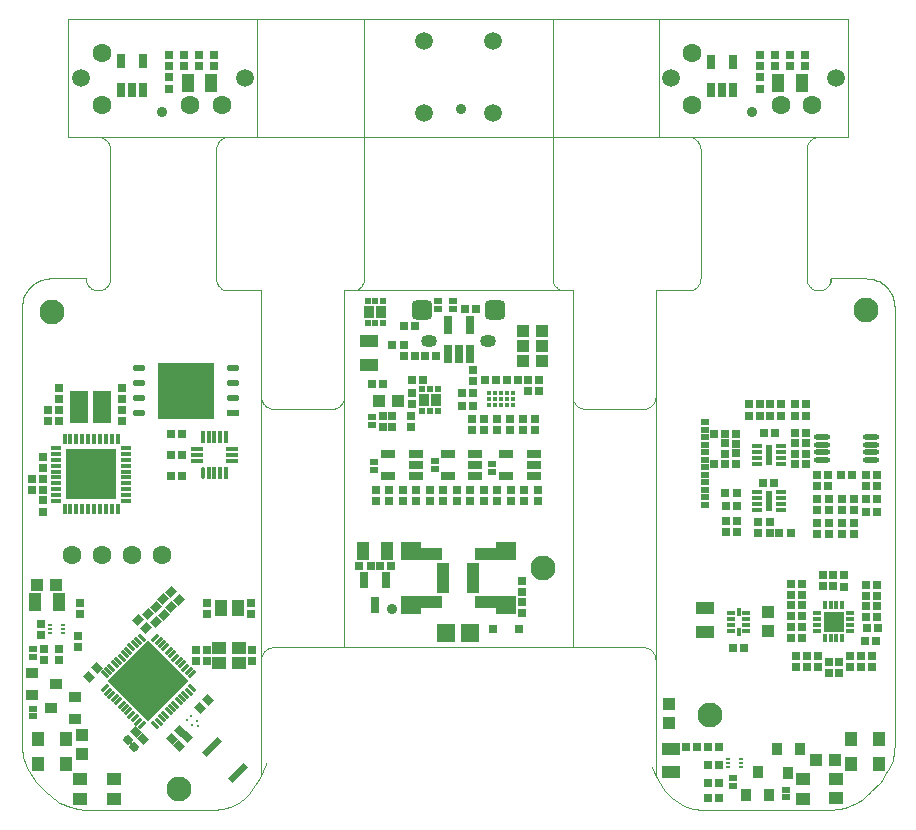
<source format=gts>
%FSTAX23Y23*%
%MOIN*%
%SFA1B1*%

%IPPOS*%
%AMD162*
4,1,4,0.019500,-0.000600,-0.000600,0.019500,-0.019500,0.000600,0.000600,-0.019500,0.019500,-0.000600,0.0*
%
%AMD163*
4,1,8,0.014100,0.004900,0.004900,0.014100,-0.006000,0.014100,-0.014100,0.006000,-0.014100,-0.004900,-0.004900,-0.014100,0.006000,-0.014100,0.014100,-0.006000,0.014100,0.004900,0.0*
1,1,0.015440,0.008600,-0.000600*
1,1,0.015440,-0.000600,0.008600*
1,1,0.015440,-0.008600,0.000600*
1,1,0.015440,0.000600,-0.008600*
%
%AMD164*
4,1,4,-0.000600,-0.019500,0.019500,0.000600,0.000600,0.019500,-0.019500,-0.000600,-0.000600,-0.019500,0.0*
%
%AMD181*
4,1,4,0.000000,0.133600,-0.133600,0.000000,0.000000,-0.133600,0.133600,0.000000,0.000000,0.133600,0.0*
%
%AMD182*
4,1,4,0.014600,0.006300,0.006300,0.014600,-0.014600,-0.006300,-0.006300,-0.014600,0.014600,0.006300,0.0*
%
%AMD183*
4,1,4,-0.006300,0.014600,-0.014600,0.006300,0.006300,-0.014600,0.014600,-0.006300,-0.006300,0.014600,0.0*
%
%AMD184*
4,1,4,-0.019500,-0.033400,0.033400,0.019500,0.019500,0.033400,-0.033400,-0.019500,-0.019500,-0.033400,0.0*
%
%AMD203*
4,1,8,-0.017100,-0.032500,0.017100,-0.032500,0.034400,-0.015300,0.034400,0.015300,0.017100,0.032500,-0.017100,0.032500,-0.034400,0.015300,-0.034400,-0.015300,-0.017100,-0.032500,0.0*
1,1,0.034520,-0.017100,-0.015300*
1,1,0.034520,0.017100,-0.015300*
1,1,0.034520,0.017100,0.015300*
1,1,0.034520,-0.017100,0.015300*
%
%ADD90C,0.001000*%
%ADD91C,0.000500*%
%ADD148R,0.026850X0.028430*%
%ADD149R,0.068900X0.068900*%
%ADD150R,0.031500X0.015750*%
%ADD151R,0.015750X0.031500*%
%ADD152R,0.017720X0.009840*%
%ADD153C,0.063070*%
%ADD154R,0.035510X0.039450*%
%ADD155R,0.051260X0.039450*%
%ADD156R,0.043390X0.039450*%
%ADD157R,0.059130X0.041420*%
%ADD158R,0.039450X0.043390*%
%ADD159R,0.028430X0.026850*%
%ADD160R,0.039450X0.035510*%
%ADD161R,0.041420X0.059130*%
G04~CAMADD=162~9~0.0~0.0~284.3~268.5~0.0~0.0~0~0.0~0.0~0.0~0.0~0~0.0~0.0~0.0~0.0~0~0.0~0.0~0.0~315.0~390.0~389.0*
%ADD162D162*%
G04~CAMADD=163~8~0.0~0.0~284.3~268.5~77.2~0.0~15~0.0~0.0~0.0~0.0~0~0.0~0.0~0.0~0.0~0~0.0~0.0~0.0~315.0~328.0~327.0*
%ADD163D163*%
G04~CAMADD=164~9~0.0~0.0~284.3~268.5~0.0~0.0~0~0.0~0.0~0.0~0.0~0~0.0~0.0~0.0~0.0~0~0.0~0.0~0.0~225.0~390.0~389.0*
%ADD164D164*%
%ADD165R,0.043390X0.013860*%
%ADD166R,0.013860X0.043390*%
%ADD167O,0.013860X0.043390*%
%ADD168R,0.167400X0.167400*%
%ADD169R,0.013070X0.035510*%
%ADD170R,0.035510X0.013070*%
%ADD171R,0.189060X0.185120*%
%ADD172O,0.043390X0.019760*%
%ADD173R,0.043390X0.019760*%
%ADD174R,0.021730X0.067010*%
%ADD175R,0.033540X0.015830*%
%ADD176O,0.057170X0.017800*%
%ADD177R,0.063070X0.110320*%
%ADD178R,0.026850X0.015830*%
%ADD179R,0.026850X0.013860*%
%ADD180R,0.017800X0.028820*%
G04~CAMADD=181~10~0.0~1890.5~0.0~0.0~0.0~0.0~0~0.0~0.0~0.0~0.0~0~0.0~0.0~0.0~0.0~0~0.0~0.0~0.0~405.0~1890.5~0.0*
%ADD181D181*%
G04~CAMADD=182~9~0.0~0.0~118.9~296.1~0.0~0.0~0~0.0~0.0~0.0~0.0~0~0.0~0.0~0.0~0.0~0~0.0~0.0~0.0~315.0~292.0~291.0*
%ADD182D182*%
G04~CAMADD=183~9~0.0~0.0~118.9~296.1~0.0~0.0~0~0.0~0.0~0.0~0.0~0~0.0~0.0~0.0~0.0~0~0.0~0.0~0.0~45.0~292.0~291.0*
%ADD183D183*%
G04~CAMADD=184~9~0.0~0.0~748.8~197.6~0.0~0.0~0~0.0~0.0~0.0~0.0~0~0.0~0.0~0.0~0.0~0~0.0~0.0~0.0~225.0~668.0~667.0*
%ADD184D184*%
%ADD185R,0.051260X0.043390*%
%ADD186R,0.043390X0.053230*%
%ADD187C,0.012680*%
%ADD188R,0.027640X0.055200*%
%ADD189R,0.031580X0.031580*%
%ADD190R,0.027640X0.059130*%
%ADD191R,0.027020X0.026020*%
%ADD192R,0.035510X0.043390*%
%ADD193R,0.020550X0.020550*%
%ADD194R,0.051260X0.027640*%
%ADD195C,0.015830*%
%ADD196R,0.043390X0.102440*%
%ADD197R,0.092600X0.043390*%
%ADD198R,0.067010X0.059130*%
%ADD199R,0.029530X0.019690*%
%ADD200R,0.029610X0.047320*%
%ADD201R,0.043310X0.047240*%
%ADD202R,0.064020X0.063070*%
G04~CAMADD=203~8~0.0~0.0~687.8~650.4~172.6~0.0~15~0.0~0.0~0.0~0.0~0~0.0~0.0~0.0~0.0~0~0.0~0.0~0.0~180.0~688.0~650.0*
%ADD203D203*%
%ADD204O,0.053230X0.041420*%
%ADD205C,0.035560*%
%ADD206C,0.031580*%
%ADD207C,0.082760*%
%ADD208C,0.059020*%
%LNpcb_flex_1-1*%
%LPD*%
G54D90*
X00303Y00523D02*
D01*
X00303Y0052*
X00303Y00517*
X00303Y00514*
X00304Y00511*
X00305Y00509*
X00306Y00506*
X00307Y00504*
X00309Y00501*
X0031Y00499*
X00312Y00497*
X00314Y00495*
X00316Y00493*
X00318Y00491*
X0032Y00489*
X00323Y00488*
X00325Y00487*
X00328Y00485*
X0033Y00484*
X00333Y00484*
X00336Y00483*
X00338Y00483*
X00341Y00483*
X00343Y00483*
X-00433Y00089D02*
D01*
X-0043Y00089*
X-00427Y00089*
X-00424Y00089*
X-00421Y0009*
X-00419Y00091*
X-00416Y00092*
X-00414Y00093*
X-00411Y00095*
X-00409Y00096*
X-00407Y00098*
X-00405Y001*
X-00403Y00102*
X-00401Y00104*
X-00399Y00106*
X-00398Y00109*
X-00397Y00111*
X-00395Y00114*
X-00394Y00116*
X-00394Y00119*
X-00393Y00122*
X-00393Y00124*
X-00393Y00127*
X-00393Y00129*
X-00366Y00483D02*
D01*
X-00363Y00483*
X-0036Y00483*
X-00357Y00483*
X-00354Y00484*
X-00352Y00485*
X-00349Y00486*
X-00347Y00487*
X-00344Y00489*
X-00342Y0049*
X-0034Y00492*
X-00338Y00494*
X-00336Y00496*
X-00334Y00498*
X-00332Y005*
X-00331Y00503*
X-0033Y00505*
X-00328Y00508*
X-00327Y0051*
X-00327Y00513*
X-00326Y00516*
X-00326Y00518*
X-00326Y00521*
X-00326Y00523*
X0037Y00129D02*
D01*
X0037Y00126*
X0037Y00123*
X0037Y0012*
X00371Y00117*
X00372Y00115*
X00373Y00112*
X00374Y0011*
X00376Y00107*
X00377Y00105*
X00379Y00103*
X00381Y00101*
X00383Y00099*
X00385Y00097*
X00387Y00095*
X0039Y00094*
X00392Y00093*
X00395Y00091*
X00397Y0009*
X004Y0009*
X00403Y00089*
X00405Y00089*
X00408Y00089*
X0041Y00089*
X0037Y00129D02*
D01*
X0037Y00126*
X0037Y00123*
X0037Y0012*
X00371Y00117*
X00372Y00115*
X00373Y00112*
X00374Y0011*
X00376Y00107*
X00377Y00105*
X00379Y00103*
X00381Y00101*
X00383Y00099*
X00385Y00097*
X00387Y00095*
X0039Y00094*
X00392Y00093*
X00395Y00091*
X00397Y0009*
X004Y0009*
X00403Y00089*
X00405Y00089*
X00408Y00089*
X0041Y00089*
X-00366Y00483D02*
D01*
X-00363Y00483*
X-0036Y00483*
X-00357Y00483*
X-00354Y00484*
X-00352Y00485*
X-00349Y00486*
X-00347Y00487*
X-00344Y00489*
X-00342Y0049*
X-0034Y00492*
X-00338Y00494*
X-00336Y00496*
X-00334Y00498*
X-00332Y005*
X-00331Y00503*
X-0033Y00505*
X-00328Y00508*
X-00327Y0051*
X-00327Y00513*
X-00326Y00516*
X-00326Y00518*
X-00326Y00521*
X-00326Y00523*
X-00433Y00089D02*
D01*
X-0043Y00089*
X-00427Y00089*
X-00424Y00089*
X-00421Y0009*
X-00419Y00091*
X-00416Y00092*
X-00414Y00093*
X-00411Y00095*
X-00409Y00096*
X-00407Y00098*
X-00405Y001*
X-00403Y00102*
X-00401Y00104*
X-00399Y00106*
X-00398Y00109*
X-00397Y00111*
X-00395Y00114*
X-00394Y00116*
X-00394Y00119*
X-00393Y00122*
X-00393Y00124*
X-00393Y00127*
X-00393Y00129*
X00303Y00523D02*
D01*
X00303Y0052*
X00303Y00517*
X00303Y00514*
X00304Y00511*
X00305Y00509*
X00306Y00506*
X00307Y00504*
X00309Y00501*
X0031Y00499*
X00312Y00497*
X00314Y00495*
X00316Y00493*
X00318Y00491*
X0032Y00489*
X00323Y00488*
X00325Y00487*
X00328Y00485*
X0033Y00484*
X00333Y00484*
X00336Y00483*
X00338Y00483*
X00341Y00483*
X00343Y00483*
X00633Y-01105D02*
D01*
X00641Y-01123*
X0065Y-01142*
X0066Y-01159*
X00672Y-01176*
X00672Y-01177*
X00679Y-01186D02*
D01*
X00686Y-01194*
X00694Y-01202*
X00702Y-0121*
X00711Y-01217*
X0072Y-01223*
X0073Y-01229*
X0074Y-01234*
X0075Y-01238*
X00761Y-01242*
X00771Y-01245*
X00782Y-01247*
X00793Y-01248*
X00805Y-01248*
X00806Y-01248*
X01248Y-01247D02*
D01*
X01261Y-01245*
X01274Y-01242*
X01286Y-01238*
X01299Y-01233*
X01311Y-01228*
X01322Y-01221*
X01333Y-01214*
X01344Y-01206*
X01354Y-01197*
X0136Y-01191*
X01419Y-0112D02*
D01*
X01424Y-01112*
X01429Y-01103*
X01433Y-01093*
X01436Y-01083*
X01439Y-01074*
X01441Y-01063*
X01442Y-01053*
X01442Y-01043*
X01443Y-0104*
X-00829Y-01249D02*
D01*
X-00818Y-01248*
X-00807Y-01247*
X-00796Y-01245*
X-00785Y-01242*
X-00774Y-01239*
X-00764Y-01235*
X-00754Y-0123*
X-00744Y-01224*
X-00735Y-01218*
X-00726Y-01211*
X-00718Y-01204*
X-0071Y-01196*
X-00703Y-01187*
X-00702Y-01186*
X-01383Y-01191D02*
D01*
X-01373Y-012*
X-01363Y-01209*
X-01352Y-01217*
X-01341Y-01224*
X-01329Y-0123*
X-01317Y-01235*
X-01304Y-0124*
X-01292Y-01243*
X-01279Y-01246*
X-01271Y-01247*
X-01466Y-0104D02*
D01*
X-01465Y-0105*
X-01464Y-01061*
X-01462Y-01071*
X-0146Y-01081*
X-01457Y-0109*
X-01453Y-011*
X-01448Y-01109*
X-01443Y-01118*
X-01442Y-0112*
X01443Y00429D02*
D01*
X01442Y00435*
X01442Y00442*
X0144Y00448*
X01439Y00454*
X01437Y00461*
X01434Y00467*
X01431Y00473*
X01428Y00478*
X01425Y00484*
X01421Y00489*
X01416Y00494*
X01411Y00498*
X01406Y00503*
X01401Y00506*
X01396Y0051*
X0139Y00513*
X01384Y00516*
X01378Y00518*
X01371Y0052*
X01365Y00521*
X01358Y00522*
X01352Y00522*
X01349Y00523*
X00756Y00483D02*
D01*
X00758Y00483*
X00761Y00483*
X00764Y00483*
X00767Y00484*
X00769Y00485*
X00772Y00486*
X00774Y00487*
X00777Y00489*
X00779Y0049*
X00781Y00492*
X00783Y00494*
X00785Y00496*
X00787Y00498*
X00789Y005*
X0079Y00503*
X00791Y00505*
X00793Y00508*
X00794Y0051*
X00794Y00513*
X00795Y00516*
X00795Y00518*
X00795Y00521*
X00796Y00523*
X0115D02*
D01*
X0115Y0052*
X0115Y00517*
X0115Y00514*
X01151Y00511*
X01152Y00509*
X01153Y00506*
X01154Y00504*
X01156Y00501*
X01157Y00499*
X01159Y00497*
X01161Y00495*
X01163Y00493*
X01165Y00491*
X01167Y00489*
X0117Y00488*
X01172Y00487*
X01175Y00485*
X01177Y00484*
X0118Y00484*
X01183Y00483*
X01185Y00483*
X01188Y00483*
X01191*
X01194Y00483*
X01196Y00483*
X01199Y00484*
X01202Y00484*
X01204Y00485*
X01207Y00487*
X0121Y00488*
X01212Y00489*
X01214Y00491*
X01216Y00493*
X01218Y00495*
X0122Y00497*
X01222Y00499*
X01223Y00501*
X01225Y00504*
X01226Y00506*
X01227Y00509*
X01228Y00511*
X01229Y00514*
X01229Y00517*
X01229Y0052*
X0123Y00523*
X-01253D02*
D01*
X-01252Y0052*
X-01252Y00517*
X-01252Y00514*
X-01251Y00511*
X-0125Y00509*
X-01249Y00506*
X-01248Y00504*
X-01246Y00501*
X-01245Y00499*
X-01243Y00497*
X-01241Y00495*
X-01239Y00493*
X-01237Y00491*
X-01235Y00489*
X-01233Y00488*
X-0123Y00487*
X-01227Y00485*
X-01225Y00484*
X-01222Y00484*
X-01219Y00483*
X-01217Y00483*
X-01214Y00483*
X-01211*
X-01208Y00483*
X-01206Y00483*
X-01203Y00484*
X-012Y00484*
X-01198Y00485*
X-01195Y00487*
X-01192Y00488*
X-0119Y00489*
X-01188Y00491*
X-01186Y00493*
X-01184Y00495*
X-01182Y00497*
X-0118Y00499*
X-01179Y00501*
X-01177Y00504*
X-01176Y00506*
X-01175Y00509*
X-01174Y00511*
X-01173Y00514*
X-01173Y00517*
X-01173Y0052*
X-01173Y00523*
X-01372D02*
D01*
X-01378Y00522*
X-01385Y00522*
X-01391Y0052*
X-01397Y00519*
X-01404Y00517*
X-0141Y00514*
X-01416Y00511*
X-01421Y00508*
X-01427Y00505*
X-01432Y00501*
X-01437Y00496*
X-01441Y00491*
X-01446Y00486*
X-01449Y00481*
X-01453Y00475*
X-01456Y0047*
X-01459Y00464*
X-01461Y00458*
X-01463Y00451*
X-01464Y00445*
X-01465Y00438*
X-01465Y00432*
X-01466Y00429*
X-00819Y00522D02*
D01*
X-00818Y00519*
X-00818Y00516*
X-00818Y00514*
X-00817Y00511*
X-00816Y00508*
X-00815Y00506*
X-00814Y00503*
X-00813Y00501*
X-00811Y00499*
X-00809Y00497*
X-00807Y00494*
X-00806Y00493*
X-00803Y00491*
X-00801Y00489*
X-00799Y00488*
X-00796Y00486*
X-00794Y00485*
X-00791Y00484*
X-00789Y00484*
X-00786Y00483*
X-00783Y00483*
X-00781Y00483*
X-00779Y00483*
X-00669Y00129D02*
D01*
X-00668Y00126*
X-00668Y00123*
X-00668Y0012*
X-00667Y00117*
X-00666Y00115*
X-00665Y00112*
X-00664Y0011*
X-00662Y00107*
X-00661Y00105*
X-00659Y00103*
X-00657Y00101*
X-00655Y00099*
X-00653Y00097*
X-00651Y00095*
X-00648Y00094*
X-00646Y00093*
X-00643Y00091*
X-00641Y0009*
X-00638Y0009*
X-00635Y00089*
X-00633Y00089*
X-0063Y00089*
X-00629Y00089*
X00606D02*
D01*
X00609Y00089*
X00612Y00089*
X00614Y00089*
X00617Y0009*
X0062Y00091*
X00622Y00092*
X00625Y00093*
X00627Y00094*
X00629Y00096*
X00631Y00098*
X00634Y001*
X00635Y00101*
X00637Y00104*
X00639Y00106*
X0064Y00108*
X00642Y00111*
X00643Y00113*
X00644Y00116*
X00644Y00118*
X00645Y00121*
X00645Y00124*
X00645Y00126*
X00646Y00128*
X00606Y00089D02*
D01*
X00609Y00089*
X00612Y00089*
X00614Y00089*
X00617Y0009*
X0062Y00091*
X00622Y00092*
X00625Y00093*
X00627Y00094*
X00629Y00096*
X00631Y00098*
X00634Y001*
X00635Y00101*
X00637Y00104*
X00639Y00106*
X0064Y00108*
X00642Y00111*
X00643Y00113*
X00644Y00116*
X00644Y00118*
X00645Y00121*
X00645Y00124*
X00645Y00126*
X00646Y00128*
X-00669Y00129D02*
D01*
X-00668Y00126*
X-00668Y00123*
X-00668Y0012*
X-00667Y00117*
X-00666Y00115*
X-00665Y00112*
X-00664Y0011*
X-00662Y00107*
X-00661Y00105*
X-00659Y00103*
X-00657Y00101*
X-00655Y00099*
X-00653Y00097*
X-00651Y00095*
X-00648Y00094*
X-00646Y00093*
X-00643Y00091*
X-00641Y0009*
X-00638Y0009*
X-00635Y00089*
X-00633Y00089*
X-0063Y00089*
X-00629Y00089*
X-00819Y00522D02*
D01*
X-00818Y00519*
X-00818Y00516*
X-00818Y00514*
X-00817Y00511*
X-00816Y00508*
X-00815Y00506*
X-00814Y00503*
X-00813Y00501*
X-00811Y00499*
X-00809Y00497*
X-00807Y00494*
X-00806Y00493*
X-00803Y00491*
X-00801Y00489*
X-00799Y00488*
X-00796Y00486*
X-00794Y00485*
X-00791Y00484*
X-00789Y00484*
X-00786Y00483*
X-00783Y00483*
X-00781Y00483*
X-00779Y00483*
X-01372Y00523D02*
D01*
X-01378Y00522*
X-01385Y00522*
X-01391Y0052*
X-01397Y00519*
X-01404Y00517*
X-0141Y00514*
X-01416Y00511*
X-01421Y00508*
X-01427Y00505*
X-01432Y00501*
X-01437Y00496*
X-01441Y00491*
X-01446Y00486*
X-01449Y00481*
X-01453Y00475*
X-01456Y0047*
X-01459Y00464*
X-01461Y00458*
X-01463Y00451*
X-01464Y00445*
X-01465Y00438*
X-01465Y00432*
X-01466Y00429*
X-01253Y00523D02*
D01*
X-01252Y0052*
X-01252Y00517*
X-01252Y00514*
X-01251Y00511*
X-0125Y00509*
X-01249Y00506*
X-01248Y00504*
X-01246Y00501*
X-01245Y00499*
X-01243Y00497*
X-01241Y00495*
X-01239Y00493*
X-01237Y00491*
X-01235Y00489*
X-01233Y00488*
X-0123Y00487*
X-01227Y00485*
X-01225Y00484*
X-01222Y00484*
X-01219Y00483*
X-01217Y00483*
X-01214Y00483*
X-01211*
X-01208Y00483*
X-01206Y00483*
X-01203Y00484*
X-012Y00484*
X-01198Y00485*
X-01195Y00487*
X-01192Y00488*
X-0119Y00489*
X-01188Y00491*
X-01186Y00493*
X-01184Y00495*
X-01182Y00497*
X-0118Y00499*
X-01179Y00501*
X-01177Y00504*
X-01176Y00506*
X-01175Y00509*
X-01174Y00511*
X-01173Y00514*
X-01173Y00517*
X-01173Y0052*
X-01173Y00523*
X0115D02*
D01*
X0115Y0052*
X0115Y00517*
X0115Y00514*
X01151Y00511*
X01152Y00509*
X01153Y00506*
X01154Y00504*
X01156Y00501*
X01157Y00499*
X01159Y00497*
X01161Y00495*
X01163Y00493*
X01165Y00491*
X01167Y00489*
X0117Y00488*
X01172Y00487*
X01175Y00485*
X01177Y00484*
X0118Y00484*
X01183Y00483*
X01185Y00483*
X01188Y00483*
X01191*
X01194Y00483*
X01196Y00483*
X01199Y00484*
X01202Y00484*
X01204Y00485*
X01207Y00487*
X0121Y00488*
X01212Y00489*
X01214Y00491*
X01216Y00493*
X01218Y00495*
X0122Y00497*
X01222Y00499*
X01223Y00501*
X01225Y00504*
X01226Y00506*
X01227Y00509*
X01228Y00511*
X01229Y00514*
X01229Y00517*
X01229Y0052*
X0123Y00523*
X00756Y00483D02*
D01*
X00758Y00483*
X00761Y00483*
X00764Y00483*
X00767Y00484*
X00769Y00485*
X00772Y00486*
X00774Y00487*
X00777Y00489*
X00779Y0049*
X00781Y00492*
X00783Y00494*
X00785Y00496*
X00787Y00498*
X00789Y005*
X0079Y00503*
X00791Y00505*
X00793Y00508*
X00794Y0051*
X00794Y00513*
X00795Y00516*
X00795Y00518*
X00795Y00521*
X00796Y00523*
X01443Y00429D02*
D01*
X01442Y00435*
X01442Y00442*
X0144Y00448*
X01439Y00454*
X01437Y00461*
X01434Y00467*
X01431Y00473*
X01428Y00478*
X01425Y00484*
X01421Y00489*
X01416Y00494*
X01411Y00498*
X01406Y00503*
X01401Y00506*
X01396Y0051*
X0139Y00513*
X01384Y00516*
X01378Y00518*
X01371Y0052*
X01365Y00521*
X01358Y00522*
X01352Y00522*
X01349Y00523*
X-01466Y-0104D02*
D01*
X-01465Y-0105*
X-01464Y-01061*
X-01462Y-01071*
X-0146Y-01081*
X-01457Y-0109*
X-01453Y-011*
X-01448Y-01109*
X-01443Y-01118*
X-01442Y-0112*
X-01383Y-01191D02*
D01*
X-01373Y-012*
X-01363Y-01209*
X-01352Y-01217*
X-01341Y-01224*
X-01329Y-0123*
X-01317Y-01235*
X-01304Y-0124*
X-01292Y-01243*
X-01279Y-01246*
X-01271Y-01247*
X-00829Y-01249D02*
D01*
X-00818Y-01248*
X-00807Y-01247*
X-00796Y-01245*
X-00785Y-01242*
X-00774Y-01239*
X-00764Y-01235*
X-00754Y-0123*
X-00744Y-01224*
X-00735Y-01218*
X-00726Y-01211*
X-00718Y-01204*
X-0071Y-01196*
X-00703Y-01187*
X-00702Y-01186*
X01419Y-0112D02*
D01*
X01424Y-01112*
X01429Y-01103*
X01433Y-01093*
X01436Y-01083*
X01439Y-01074*
X01441Y-01063*
X01442Y-01053*
X01442Y-01043*
X01443Y-0104*
X01248Y-01247D02*
D01*
X01261Y-01245*
X01274Y-01242*
X01286Y-01238*
X01299Y-01233*
X01311Y-01228*
X01322Y-01221*
X01333Y-01214*
X01344Y-01206*
X01354Y-01197*
X0136Y-01191*
X00679Y-01186D02*
D01*
X00686Y-01194*
X00694Y-01202*
X00702Y-0121*
X00711Y-01217*
X0072Y-01223*
X0073Y-01229*
X0074Y-01234*
X0075Y-01238*
X00761Y-01242*
X00771Y-01245*
X00782Y-01247*
X00793Y-01248*
X00805Y-01248*
X00806Y-01248*
X00633Y-01105D02*
D01*
X00641Y-01123*
X0065Y-01142*
X0066Y-01159*
X00672Y-01176*
X00672Y-01177*
X00303Y00523D02*
D01*
X00303Y0052*
X00303Y00517*
X00303Y00514*
X00304Y00511*
X00305Y00509*
X00306Y00506*
X00307Y00504*
X00309Y00501*
X0031Y00499*
X00312Y00497*
X00314Y00495*
X00316Y00493*
X00318Y00491*
X0032Y00489*
X00323Y00488*
X00325Y00487*
X00328Y00485*
X0033Y00484*
X00333Y00484*
X00336Y00483*
X00338Y00483*
X00341Y00483*
X00343Y00483*
X-00433Y00089D02*
D01*
X-0043Y00089*
X-00427Y00089*
X-00424Y00089*
X-00421Y0009*
X-00419Y00091*
X-00416Y00092*
X-00414Y00093*
X-00411Y00095*
X-00409Y00096*
X-00407Y00098*
X-00405Y001*
X-00403Y00102*
X-00401Y00104*
X-00399Y00106*
X-00398Y00109*
X-00397Y00111*
X-00395Y00114*
X-00394Y00116*
X-00394Y00119*
X-00393Y00122*
X-00393Y00124*
X-00393Y00127*
X-00393Y00129*
X-00366Y00483D02*
D01*
X-00363Y00483*
X-0036Y00483*
X-00357Y00483*
X-00354Y00484*
X-00352Y00485*
X-00349Y00486*
X-00347Y00487*
X-00344Y00489*
X-00342Y0049*
X-0034Y00492*
X-00338Y00494*
X-00336Y00496*
X-00334Y00498*
X-00332Y005*
X-00331Y00503*
X-0033Y00505*
X-00328Y00508*
X-00327Y0051*
X-00327Y00513*
X-00326Y00516*
X-00326Y00518*
X-00326Y00521*
X-00326Y00523*
X0037Y00129D02*
D01*
X0037Y00126*
X0037Y00123*
X0037Y0012*
X00371Y00117*
X00372Y00115*
X00373Y00112*
X00374Y0011*
X00376Y00107*
X00377Y00105*
X00379Y00103*
X00381Y00101*
X00383Y00099*
X00385Y00097*
X00387Y00095*
X0039Y00094*
X00392Y00093*
X00395Y00091*
X00397Y0009*
X004Y0009*
X00403Y00089*
X00405Y00089*
X00408Y00089*
X0041Y00089*
X0037Y00129D02*
D01*
X0037Y00126*
X0037Y00123*
X0037Y0012*
X00371Y00117*
X00372Y00115*
X00373Y00112*
X00374Y0011*
X00376Y00107*
X00377Y00105*
X00379Y00103*
X00381Y00101*
X00383Y00099*
X00385Y00097*
X00387Y00095*
X0039Y00094*
X00392Y00093*
X00395Y00091*
X00397Y0009*
X004Y0009*
X00403Y00089*
X00405Y00089*
X00408Y00089*
X0041Y00089*
X-00366Y00483D02*
D01*
X-00363Y00483*
X-0036Y00483*
X-00357Y00483*
X-00354Y00484*
X-00352Y00485*
X-00349Y00486*
X-00347Y00487*
X-00344Y00489*
X-00342Y0049*
X-0034Y00492*
X-00338Y00494*
X-00336Y00496*
X-00334Y00498*
X-00332Y005*
X-00331Y00503*
X-0033Y00505*
X-00328Y00508*
X-00327Y0051*
X-00327Y00513*
X-00326Y00516*
X-00326Y00518*
X-00326Y00521*
X-00326Y00523*
X-00433Y00089D02*
D01*
X-0043Y00089*
X-00427Y00089*
X-00424Y00089*
X-00421Y0009*
X-00419Y00091*
X-00416Y00092*
X-00414Y00093*
X-00411Y00095*
X-00409Y00096*
X-00407Y00098*
X-00405Y001*
X-00403Y00102*
X-00401Y00104*
X-00399Y00106*
X-00398Y00109*
X-00397Y00111*
X-00395Y00114*
X-00394Y00116*
X-00394Y00119*
X-00393Y00122*
X-00393Y00124*
X-00393Y00127*
X-00393Y00129*
X00303Y00523D02*
D01*
X00303Y0052*
X00303Y00517*
X00303Y00514*
X00304Y00511*
X00305Y00509*
X00306Y00506*
X00307Y00504*
X00309Y00501*
X0031Y00499*
X00312Y00497*
X00314Y00495*
X00316Y00493*
X00318Y00491*
X0032Y00489*
X00323Y00488*
X00325Y00487*
X00328Y00485*
X0033Y00484*
X00333Y00484*
X00336Y00483*
X00338Y00483*
X00341Y00483*
X00343Y00483*
X0119Y00995D02*
D01*
X01187Y00994*
X01184Y00994*
X01181Y00994*
X01178Y00993*
X01176Y00992*
X01173Y00991*
X01171Y0099*
X01168Y00988*
X01166Y00987*
X01164Y00985*
X01162Y00983*
X0116Y00981*
X01158Y00979*
X01156Y00977*
X01155Y00975*
X01154Y00972*
X01152Y00969*
X01151Y00967*
X01151Y00964*
X0115Y00961*
X0115Y00959*
X0115Y00956*
X0115Y00955*
X00796D02*
D01*
X00795Y00957*
X00795Y0096*
X00795Y00963*
X00794Y00966*
X00793Y00968*
X00792Y00971*
X00791Y00973*
X00789Y00976*
X00788Y00978*
X00786Y0098*
X00784Y00982*
X00782Y00984*
X0078Y00986*
X00778Y00988*
X00776Y00989*
X00773Y0099*
X0077Y00992*
X00768Y00993*
X00765Y00993*
X00762Y00994*
X0076Y00994*
X00757Y00994*
X00756Y00995*
X-00779D02*
D01*
X-00781Y00994*
X-00784Y00994*
X-00787Y00994*
X-0079Y00993*
X-00792Y00992*
X-00795Y00991*
X-00797Y0099*
X-008Y00988*
X-00802Y00987*
X-00804Y00985*
X-00806Y00983*
X-00808Y00981*
X-0081Y00979*
X-00812Y00977*
X-00813Y00975*
X-00814Y00972*
X-00816Y00969*
X-00817Y00967*
X-00817Y00964*
X-00818Y00961*
X-00818Y00959*
X-00818Y00956*
X-00819Y00955*
X-01173D02*
D01*
X-01173Y00957*
X-01173Y0096*
X-01173Y00963*
X-01174Y00966*
X-01175Y00968*
X-01176Y00971*
X-01177Y00973*
X-01179Y00976*
X-0118Y00978*
X-01182Y0098*
X-01184Y00982*
X-01186Y00984*
X-01188Y00986*
X-0119Y00988*
X-01193Y00989*
X-01195Y0099*
X-01198Y00992*
X-012Y00993*
X-01203Y00993*
X-01206Y00994*
X-01208Y00994*
X-01211Y00994*
X-01213Y00995*
X-01173Y00955D02*
D01*
X-01173Y00957*
X-01173Y0096*
X-01173Y00963*
X-01174Y00966*
X-01175Y00968*
X-01176Y00971*
X-01177Y00973*
X-01179Y00976*
X-0118Y00978*
X-01182Y0098*
X-01184Y00982*
X-01186Y00984*
X-01188Y00986*
X-0119Y00988*
X-01193Y00989*
X-01195Y0099*
X-01198Y00992*
X-012Y00993*
X-01203Y00993*
X-01206Y00994*
X-01208Y00994*
X-01211Y00994*
X-01213Y00995*
X-00779D02*
D01*
X-00781Y00994*
X-00784Y00994*
X-00787Y00994*
X-0079Y00993*
X-00792Y00992*
X-00795Y00991*
X-00797Y0099*
X-008Y00988*
X-00802Y00987*
X-00804Y00985*
X-00806Y00983*
X-00808Y00981*
X-0081Y00979*
X-00812Y00977*
X-00813Y00975*
X-00814Y00972*
X-00816Y00969*
X-00817Y00967*
X-00817Y00964*
X-00818Y00961*
X-00818Y00959*
X-00818Y00956*
X-00819Y00955*
X00796D02*
D01*
X00795Y00957*
X00795Y0096*
X00795Y00963*
X00794Y00966*
X00793Y00968*
X00792Y00971*
X00791Y00973*
X00789Y00976*
X00788Y00978*
X00786Y0098*
X00784Y00982*
X00782Y00984*
X0078Y00986*
X00778Y00988*
X00776Y00989*
X00773Y0099*
X0077Y00992*
X00768Y00993*
X00765Y00993*
X00762Y00994*
X0076Y00994*
X00757Y00994*
X00756Y00995*
X0119D02*
D01*
X01187Y00994*
X01184Y00994*
X01181Y00994*
X01178Y00993*
X01176Y00992*
X01173Y00991*
X01171Y0099*
X01168Y00988*
X01166Y00987*
X01164Y00985*
X01162Y00983*
X0116Y00981*
X01158Y00979*
X01156Y00977*
X01155Y00975*
X01154Y00972*
X01152Y00969*
X01151Y00967*
X01151Y00964*
X0115Y00961*
X0115Y00959*
X0115Y00956*
X0115Y00955*
X-00702Y-01186D02*
D01*
X-00688Y-01164*
X-00674Y-01142*
X-00663Y-01118*
X-00653Y-01094*
X-00652Y-01093*
X-00393Y-00707D02*
X0037D01*
X-00393Y00483D02*
X0037D01*
X00343D02*
X0037D01*
X-00393Y-00707D02*
Y00483D01*
X0037Y-00707D02*
Y00483D01*
X00343D02*
X0037D01*
X-00393D02*
X0037D01*
X00672Y-01177D02*
X00679Y-01186D01*
X00806Y-01249D02*
X01238D01*
X01248Y-01247*
X01396Y-01154D02*
X01396Y-01154D01*
X01419Y-0112*
X01359Y-01192D02*
X01396Y-01154D01*
X-00326Y00523D02*
Y01068D01*
X-00819Y00522D02*
Y00955D01*
X-01173Y00523D02*
Y00955D01*
X-00702Y-01186D02*
D01*
X-01261Y-01249D02*
X-00829D01*
X-01271Y-01247D02*
X-01261Y-01249D01*
X-01419Y-01154D02*
X-01419Y-01154D01*
X-01442Y-0112D02*
X-01419Y-01154D01*
X-01419Y-01154D02*
X-01382Y-01192D01*
X01443Y-0104D02*
Y00429D01*
X0115Y00523D02*
Y00955D01*
X01288Y00995D02*
Y01387D01*
X00658D02*
X01288D01*
X00658Y00995D02*
Y01387D01*
X00796Y00523D02*
Y00955D01*
X-00681Y00995D02*
Y0119D01*
X00303Y00523D02*
Y01387D01*
X-01311D02*
X-00681D01*
X-01311Y00995D02*
Y0119D01*
X-01372Y00523D02*
X-01253D01*
X-01466Y-0104D02*
Y00429D01*
X-00779Y00483D02*
X-00669D01*
X0123Y00523D02*
X01349D01*
X0123Y00511D02*
Y00523D01*
X-00669Y-01133D02*
Y00483D01*
X00646Y-00747D02*
Y00483D01*
X0041Y00089D02*
X00606D01*
X-00629D02*
X-00429D01*
X00646Y00483D02*
X00756D01*
X-00326Y01387D02*
X00303D01*
X-00326Y01068D02*
Y01387D01*
X01288Y00995D02*
Y01387D01*
X00658D02*
X01288D01*
X00658Y00995D02*
Y01387D01*
Y00995D02*
Y01387D01*
X01288*
Y00995D02*
Y01387D01*
X-00326Y01387D02*
X00303D01*
X00646Y00483D02*
X00756D01*
X-00629Y00089D02*
X-00429D01*
X0041D02*
X00606D01*
X00646Y-00747D02*
Y00483D01*
X-00669Y-01133D02*
Y00483D01*
X0123Y00511D02*
Y00523D01*
X01349*
X-00779Y00483D02*
X-00669D01*
X-01466Y-0104D02*
Y00429D01*
X-01372Y00523D02*
X-01253D01*
X-01311Y00995D02*
Y01387D01*
X00303Y00523D02*
Y01387D01*
X-00681Y00995D02*
Y01387D01*
X00796Y00523D02*
Y00955D01*
X00658Y00995D02*
Y01387D01*
X01288*
Y00995D02*
Y01387D01*
X0115Y00523D02*
Y00955D01*
X01443Y-0104D02*
Y00429D01*
X-01419Y-01154D02*
X-01382Y-01192D01*
X-01442Y-0112D02*
X-01419Y-01154D01*
X-01419Y-01154*
X-01271Y-01247D02*
X-01261Y-01249D01*
X-00829*
X-00702Y-01186D02*
X-00695Y-01177D01*
X-01173Y00523D02*
Y00955D01*
X-00819Y00522D02*
Y00955D01*
X-00326Y00523D02*
Y01068D01*
X01359Y-01192D02*
X01396Y-01154D01*
X01396Y-01154D02*
X01419Y-0112D01*
X01396Y-01154D02*
X01396Y-01154D01*
X01238Y-01249D02*
X01248Y-01247D01*
X00806Y-01249D02*
X01238D01*
X00672Y-01177D02*
X00679Y-01186D01*
X-00393Y00483D02*
X0037D01*
X00343D02*
X0037D01*
Y-00707D02*
Y00483D01*
X-00393Y-00707D02*
Y00483D01*
X00343D02*
X0037D01*
X-00393D02*
X0037D01*
X-00393Y-00707D02*
X0037D01*
X-00779Y00995D02*
X-00681D01*
X-01311D02*
X-01213D01*
X0119D02*
X01288D01*
Y01006D02*
Y01387D01*
X00658Y00995D02*
Y01387D01*
X00658Y00995D02*
X00756D01*
X-00681D02*
Y01387D01*
X-01311Y00995D02*
Y01387D01*
Y00995D02*
X01288D01*
X-01311Y01387D02*
X01288D01*
X0119Y00995D02*
X01288D01*
X00658D02*
X00756D01*
X01288D02*
Y01387D01*
X00658Y01006D02*
Y01387D01*
Y01006D02*
Y01387D01*
X01288Y01006D02*
Y01387D01*
X00658Y00995D02*
X00756D01*
X0119D02*
X01288D01*
X-01311Y01006D02*
Y01387D01*
X-00681Y01006D02*
Y01387D01*
X00658Y00995D02*
X00756D01*
X00658Y01006D02*
Y01387D01*
X01288Y01006D02*
Y01387D01*
X0119Y00995D02*
X01288D01*
X-01311D02*
X-01213D01*
X-00779D02*
X-00681D01*
G54D91*
X-00629Y-00707D02*
D01*
X-00631Y-00707*
X-00634Y-00707*
X-00637Y-00708*
X-0064Y-00708*
X-00642Y-00709*
X-00645Y-0071*
X-00647Y-00711*
X-0065Y-00713*
X-00652Y-00714*
X-00654Y-00716*
X-00656Y-00718*
X-00658Y-0072*
X-0066Y-00722*
X-00662Y-00724*
X-00663Y-00727*
X-00664Y-00729*
X-00666Y-00732*
X-00667Y-00734*
X-00667Y-00737*
X-00668Y-0074*
X-00668Y-00743*
X-00668Y-00745*
X-00669Y-00747*
X00646Y-00747D02*
D01*
X00645Y-00744*
X00645Y-00741*
X00645Y-00738*
X00644Y-00735*
X00643Y-00733*
X00642Y-0073*
X00641Y-00728*
X00639Y-00725*
X00638Y-00723*
X00636Y-00721*
X00634Y-00719*
X00632Y-00717*
X0063Y-00715*
X00628Y-00713*
X00626Y-00712*
X00623Y-00711*
X0062Y-00709*
X00618Y-00708*
X00615Y-00708*
X00612Y-00707*
X0061Y-00707*
X00607Y-00707*
X00606Y-00707*
X00646Y-00747D02*
D01*
X00645Y-00744*
X00645Y-00741*
X00645Y-00738*
X00644Y-00735*
X00643Y-00733*
X00642Y-0073*
X00641Y-00728*
X00639Y-00725*
X00638Y-00723*
X00636Y-00721*
X00634Y-00719*
X00632Y-00717*
X0063Y-00715*
X00628Y-00713*
X00626Y-00712*
X00623Y-00711*
X0062Y-00709*
X00618Y-00708*
X00615Y-00708*
X00612Y-00707*
X0061Y-00707*
X00607Y-00707*
X00606Y-00707*
X-00629Y-00707D02*
D01*
X-00631Y-00707*
X-00634Y-00707*
X-00637Y-00708*
X-0064Y-00708*
X-00642Y-00709*
X-00645Y-0071*
X-00647Y-00711*
X-0065Y-00713*
X-00652Y-00714*
X-00654Y-00716*
X-00656Y-00718*
X-00658Y-0072*
X-0066Y-00722*
X-00662Y-00724*
X-00663Y-00727*
X-00664Y-00729*
X-00666Y-00732*
X-00667Y-00734*
X-00667Y-00737*
X-00668Y-0074*
X-00668Y-00743*
X-00668Y-00745*
X-00669Y-00747*
X00646Y-01133D02*
Y-00747D01*
X-0063Y-00707D02*
X-00393D01*
X0037D02*
X00607D01*
X0037D02*
X00607D01*
X-0063D02*
X-00393D01*
X00646Y-01133D02*
Y-00747D01*
G54D148*
X01384Y-00606D03*
X01347D03*
X00858Y-01158D03*
X00821D03*
X00858Y-011D03*
X00821D03*
X00783Y-01039D03*
X00746D03*
X00821Y-0121D03*
X00858D03*
Y-01039D03*
X00821D03*
X-00968Y-00135D03*
X-00931D03*
Y00005D03*
X-00968D03*
Y-00065D03*
X-00931D03*
X01008Y00008D03*
X01045D03*
X01005Y-00159D03*
X01042D03*
X01265Y-00132D03*
X01302D03*
X01149Y00008D03*
X01112D03*
X01346Y-00255D03*
X01383D03*
X01384Y-0057D03*
X01347D03*
X00941Y-00708D03*
X00904D03*
X01096Y-00603D03*
X01133D03*
X01149Y-00097D03*
X01112D03*
X01346Y-00169D03*
X01383D03*
X01149Y00106D03*
X01112D03*
X01389Y-00643D03*
X01352D03*
X00988Y-00324D03*
X01026D03*
X01149Y00065D03*
X01112D03*
X01133Y-00639D03*
X01096D03*
X01133Y-00676D03*
X01096D03*
X00841Y00006D03*
X00878D03*
X01112Y-00027D03*
X01149D03*
X01347Y-00534D03*
X01384D03*
X01133Y-00567D03*
X01096D03*
X01149Y-00062D03*
X01112D03*
X01383Y-00212D03*
X01346D03*
X00841Y-00096D03*
X00878D03*
X01183Y-00132D03*
X0122D03*
X01183Y-00169D03*
X0122D03*
X01383Y-00132D03*
X01346D03*
X01384Y-00498D03*
X01347D03*
X01344Y-00686D03*
X01381D03*
X01133Y-00531D03*
X01096D03*
X01133Y-00495D03*
X01096D03*
X01065Y00106D03*
X01028D03*
X01058Y-00324D03*
X01096D03*
X00994Y00106D03*
X00957D03*
X00988Y-00289D03*
X01026D03*
X01065Y00065D03*
X01028D03*
X00994D03*
X00957D03*
X0088Y-00285D03*
X00917D03*
Y-00236D03*
X0088D03*
X00916Y-00191D03*
X00879D03*
X0088Y-00321D03*
X00917D03*
X-00274Y-00434D03*
X-00237D03*
X-00341D03*
X-00304D03*
X00011Y00422D03*
X00048D03*
X-0013Y00184D03*
X-00167D03*
X-00193Y00265D03*
X-00156D03*
X-00155Y00365D03*
X-00192D03*
X-00123Y00265D03*
X-00086D03*
X00221Y00149D03*
X00258D03*
X00222Y00186D03*
X00259D03*
X00115D03*
X00078D03*
X00038Y00099D03*
X00001D03*
Y00142D03*
X00038D03*
X0015Y00186D03*
X00187D03*
G54D149*
X0124Y-00621D03*
G54D150*
X01294Y-00591D03*
Y-00611D03*
Y-00631D03*
Y-00651D03*
X01185D03*
Y-00631D03*
Y-00611D03*
Y-00591D03*
G54D151*
X01269Y-00675D03*
X01249D03*
X0123D03*
X0121D03*
Y-00567D03*
X0123D03*
X01249D03*
X01269D03*
G54D152*
X-01371Y-0066D03*
Y-00647D03*
Y-00633D03*
X-01328D03*
Y-00647D03*
Y-0066D03*
X00931Y-01079D03*
Y-01093D03*
Y-01106D03*
X00888D03*
Y-01093D03*
Y-01079D03*
G54D153*
X01064Y011D03*
X-00905D03*
X00769D03*
X-012D03*
X01169D03*
X-008D03*
X00769Y01275D03*
X-012D03*
X-013Y-004D03*
X-012D03*
X-011D03*
X-01D03*
G54D154*
X01089Y-01125D03*
X01051Y-01046D03*
X01126D03*
X00986Y-01121D03*
X01023Y-012D03*
X00948D03*
G54D155*
X01249Y-01209D03*
X01138Y-01211D03*
Y-01144D03*
X01249D03*
X-01271Y-01147D03*
X-0116Y-01145D03*
Y-01212D03*
X-01271D03*
G54D156*
X0069Y-00897D03*
Y-0096D03*
X-01265Y-01062D03*
Y-00999D03*
X01022Y-00652D03*
Y-00589D03*
G54D157*
X00696Y-01123D03*
Y-01044D03*
X0081Y-00576D03*
Y-00655D03*
X-0031Y00236D03*
Y00315D03*
G54D158*
X01245Y-01083D03*
X01182D03*
X-01416Y-005D03*
X-01353D03*
X00268Y00249D03*
X00205D03*
X00268Y00349D03*
X00205D03*
X00268Y00299D03*
X00205D03*
X-00276Y00115D03*
X-00213D03*
G54D159*
X-01401Y-00667D03*
Y-0063D03*
X-01341Y-00749D03*
Y-00712D03*
X-00702Y-00558D03*
Y-00595D03*
X-007Y-00714D03*
Y-00751D03*
X-0085Y-00753D03*
Y-00716D03*
X-0128Y-00706D03*
Y-00669D03*
X-01378Y00085D03*
Y00048D03*
X01115Y-00735D03*
Y-00772D03*
X-01344Y00085D03*
Y00048D03*
X-01132Y00085D03*
Y00048D03*
X-01431Y-00181D03*
Y-00144D03*
X01274Y-00466D03*
Y-00504D03*
X-01395Y-00181D03*
Y-00144D03*
X01187Y-00772D03*
Y-00735D03*
X-01395Y-00254D03*
Y-00217D03*
X-01132Y00122D03*
Y00159D03*
X-01344Y00122D03*
Y00159D03*
X00913Y-0003D03*
Y00006D03*
X00879Y-00063D03*
Y-00026D03*
X00913Y-00096D03*
Y-00059D03*
X01185Y-00328D03*
Y-00291D03*
X01367Y-00735D03*
Y-00772D03*
X-01395Y-00071D03*
Y-00108D03*
X01151Y-00735D03*
Y-00772D03*
X01223Y-00791D03*
Y-00754D03*
X01307Y-00329D03*
Y-00292D03*
X01331Y-00772D03*
Y-00735D03*
X01295Y-00772D03*
Y-00735D03*
X01239Y-00466D03*
Y-00503D03*
X01203Y-00466D03*
Y-00503D03*
X01259Y-00791D03*
Y-00754D03*
X01266Y-00212D03*
Y-00249D03*
Y-00328D03*
Y-00291D03*
X01224D03*
Y-00328D03*
X-00887Y-00753D03*
Y-00716D03*
X-00849Y-00559D03*
Y-00596D03*
X-01274Y-00595D03*
Y-00558D03*
X-01393Y-00711D03*
Y-00748D03*
X00201Y-00485D03*
Y-00522D03*
X00201Y-00593D03*
Y-00556D03*
X00163Y-0022D03*
Y-00183D03*
X00208Y-0022D03*
Y-00183D03*
X-00062Y-0022D03*
Y-00183D03*
X00039Y0018D03*
Y00217D03*
X-00017Y-00183D03*
Y-0022D03*
X-00231Y00029D03*
Y00066D03*
X-00168Y00029D03*
Y00066D03*
X-00263Y00029D03*
Y00066D03*
X00253Y-0022D03*
Y-00183D03*
X-00107Y-0022D03*
Y-00183D03*
X-00197Y-0022D03*
Y-00183D03*
X-00242Y-0022D03*
Y-00183D03*
X00118Y-0022D03*
Y-00183D03*
X-00152Y-0022D03*
Y-00183D03*
X-00287Y-0022D03*
Y-00183D03*
X00117Y00018D03*
Y00055D03*
X00034D03*
Y00018D03*
X00074Y00055D03*
Y00018D03*
X00205D03*
Y00055D03*
X00243D03*
Y00018D03*
X00161Y00019D03*
Y00056D03*
X00028Y-0022D03*
Y-00183D03*
X00073Y-0022D03*
Y-00183D03*
X00994Y01156D03*
Y01193D03*
X01045Y0123D03*
Y01267D03*
X01094Y01231D03*
Y01268D03*
X00994Y01232D03*
Y01269D03*
X-00825Y01268D03*
Y01231D03*
X01144Y01268D03*
Y01231D03*
X-00975Y01156D03*
Y01193D03*
X-00925Y01231D03*
Y01268D03*
X-00975Y01231D03*
Y01268D03*
X-00875Y01231D03*
Y01268D03*
X-00167Y00141D03*
Y00104D03*
X01307Y-00249D03*
Y-00212D03*
X01184Y-0025D03*
Y-00213D03*
X01225Y-00249D03*
Y-00212D03*
G54D160*
X-01368Y-00909D03*
X-01289Y-00871D03*
Y-00946D03*
X-01353Y-00829D03*
X-01432Y-00866D03*
Y-00791D03*
G54D161*
X-01421Y-00557D03*
X-01342D03*
X-00328Y-00386D03*
X-00249D03*
X01133Y01175D03*
X01054D03*
X-00835D03*
X-00914D03*
G54D162*
X-00939Y-00984D03*
X-00966Y-01011D03*
X-01087Y-00988D03*
X-01216Y-00777D03*
X-01243Y-00804D03*
X-00846Y-00883D03*
X-00873Y-0091D03*
X-00917Y-01007D03*
X-00944Y-01034D03*
X-01064Y-01011D03*
G54D163*
X-01114Y-01015D03*
X-01091Y-01038D03*
G54D164*
X-01052Y-00642D03*
X-01079Y-00615D03*
X-01018Y-00623D03*
X-01045Y-00596D03*
X-00943Y-00548D03*
X-0097Y-00521D03*
X-0102Y-00571D03*
X-00993Y-00598D03*
X-00995Y-00546D03*
X-00968Y-00573D03*
G54D165*
X-00884Y-00084D03*
Y-00065D03*
X-00765Y-00045D03*
Y-00065D03*
Y-00084D03*
X-00884Y-00045D03*
G54D166*
X-00864Y-00005D03*
X-00844D03*
X-00825D03*
X-00805D03*
X-00785D03*
Y-00124D03*
X-00805D03*
X-00825D03*
X-00844D03*
G54D167*
X-00864Y-00124D03*
G54D168*
X-01236Y-0013D03*
G54D169*
X-01324Y-00013D03*
X-01305D03*
X-01285D03*
X-01265D03*
X-01246D03*
X-01226D03*
X-01206D03*
X-01186D03*
X-01167D03*
X-01147D03*
Y-00247D03*
X-01167D03*
X-01186D03*
X-01206D03*
X-01226D03*
X-01246D03*
X-01265D03*
X-01285D03*
X-01305D03*
X-01324D03*
G54D170*
X-01119Y-00042D03*
Y-00061D03*
Y-00101D03*
Y-00121D03*
Y-0014D03*
Y-0016D03*
Y-0018D03*
Y-00199D03*
Y-00219D03*
X-01353D03*
Y-00199D03*
Y-0018D03*
Y-0016D03*
Y-0014D03*
Y-00121D03*
Y-00101D03*
Y-00081D03*
Y-00061D03*
Y-00042D03*
X-01119Y-00081D03*
G54D171*
X-0092Y00149D03*
G54D172*
X-01077Y00224D03*
Y00174D03*
Y00124D03*
Y00074D03*
X-00762Y00224D03*
Y00174D03*
Y00124D03*
G54D173*
X-00762Y00074D03*
G54D174*
X01025Y-00065D03*
X01024Y-0022D03*
G54D175*
X00984Y-00035D03*
Y-00055D03*
Y-00074D03*
X01065D03*
Y-00055D03*
Y-00035D03*
X00984Y-00094D03*
X01065D03*
X00983Y-0019D03*
Y-0021D03*
Y-00229D03*
X01064D03*
Y-0021D03*
Y-0019D03*
X00983Y-00249D03*
X01064D03*
G54D176*
X01364Y-00083D03*
Y-00057D03*
Y-00032D03*
Y-00006D03*
X01201Y-00083D03*
Y-00057D03*
Y-00032D03*
Y-00006D03*
G54D177*
X-012Y00095D03*
X-01275D03*
G54D178*
X00948Y-00652D03*
Y-00592D03*
X00898D03*
Y-00652D03*
G54D179*
X00948Y-00632D03*
Y-00612D03*
X00898D03*
Y-00632D03*
G54D180*
X00923Y-00588D03*
Y-00656D03*
G54D181*
X-01045Y-0082D03*
G54D182*
X-01022Y-00674D03*
X-0101Y-00685D03*
X-00999Y-00696D03*
X-00988Y-00707D03*
X-00977Y-00719D03*
X-00966Y-0073D03*
X-00955Y-00741D03*
X-00944Y-00752D03*
X-00932Y-00763D03*
X-00921Y-00774D03*
X-0091Y-00785D03*
X-00899Y-00797D03*
X-01067Y-00965D03*
X-01079Y-00954D03*
X-0109Y-00943D03*
X-01101Y-00932D03*
X-01112Y-0092D03*
X-01123Y-00909D03*
X-01134Y-00898D03*
X-01145Y-00887D03*
X-01157Y-00876D03*
X-01168Y-00865D03*
X-01179Y-00854D03*
X-0119Y-00842D03*
G54D183*
X-00899Y-00842D03*
X-0091Y-00854D03*
X-00921Y-00865D03*
X-00932Y-00876D03*
X-00944Y-00887D03*
X-00955Y-00898D03*
X-00966Y-00909D03*
X-00977Y-0092D03*
X-00988Y-00932D03*
X-00999Y-00943D03*
X-0101Y-00954D03*
X-01022Y-00965D03*
X-0119Y-00797D03*
X-01179Y-00785D03*
X-01168Y-00774D03*
X-01157Y-00763D03*
X-01145Y-00752D03*
X-01134Y-00741D03*
X-01123Y-0073D03*
X-01112Y-00719D03*
X-01101Y-00707D03*
X-0109Y-00696D03*
X-01079Y-00685D03*
X-01067Y-00674D03*
G54D184*
X-00747Y-01127D03*
X-00834Y-0104D03*
G54D185*
X-00808Y-00708D03*
Y-0076D03*
X-00741Y-00708D03*
Y-0076D03*
G54D186*
X-00804Y-00577D03*
X-00745D03*
G54D187*
X-00879Y-0097D03*
X-00898Y-00965D03*
X-00884Y-00951D03*
X-00915Y-00948D03*
X-00901Y-00934D03*
G54D188*
X-00252Y-00481D03*
X-00327D03*
X-0029Y-00564D03*
G54D189*
X00191Y-00645D03*
X00104D03*
G54D190*
X-00047Y00367D03*
X00027Y00272D03*
X-0001D03*
X00027Y00367D03*
X-00047Y00272D03*
G54D191*
X-00261Y0017D03*
X-00299D03*
X-00232Y00301D03*
X-00194D03*
G54D192*
X-00308Y00411D03*
X-00269D03*
X-00125Y00119D03*
X-00086D03*
G54D193*
X-00263Y00447D03*
X-00289D03*
X-00314D03*
Y00374D03*
X-00289D03*
X-00263D03*
X-0008Y00155D03*
X-00105D03*
X-00131D03*
Y00082D03*
X-00105D03*
X-0008D03*
G54D194*
X-00045Y-00137D03*
Y-00062D03*
X00045D03*
Y-001D03*
Y-00137D03*
X00149D03*
Y-00062D03*
X0024D03*
Y-001D03*
Y-00137D03*
X-00154D03*
Y-001D03*
Y-00062D03*
X-00245D03*
Y-00137D03*
G54D195*
X00091Y001D03*
X00111D03*
X00131D03*
X0015D03*
X0017D03*
X00091Y0012D03*
X00111D03*
X00131D03*
X0015D03*
X0017D03*
X00091Y0014D03*
X00111D03*
X00131D03*
X0015D03*
X0017D03*
G54D196*
X-00061Y-00476D03*
X00039D03*
G54D197*
X-00113Y-00397D03*
X00091D03*
X-00113Y-00554D03*
X00091D03*
G54D198*
X-00168Y-00387D03*
X00146D03*
X-00168Y-00564D03*
X00146D03*
G54D199*
X0081Y-00207D03*
Y-00232D03*
X0081Y-00157D03*
Y-00183D03*
X0081Y-00082D03*
Y-00057D03*
Y-00132D03*
Y-00107D03*
Y-00007D03*
Y-00032D03*
X0081Y00043D03*
Y00017D03*
X-01428Y-00912D03*
Y-00937D03*
X0108Y-01207D03*
Y-01182D03*
X00904Y-01168D03*
Y-01142D03*
X-0143Y-00713D03*
Y-00739D03*
X-00298Y00061D03*
Y00035D03*
X-0003Y00447D03*
Y00422D03*
X-0008D03*
Y00447D03*
X-00088Y-00086D03*
Y-00112D03*
X00102Y-00097D03*
Y-00123D03*
X-00294Y-00088D03*
Y-00114D03*
G54D200*
X-01137Y01152D03*
X-01099D03*
X-01062D03*
Y01247D03*
X-01137D03*
X0083Y01151D03*
X00868D03*
X00905D03*
Y01246D03*
X0083D03*
G54D201*
X-01412Y-01096D03*
X-01319D03*
X-01412Y-01012D03*
X-01319D03*
X0139Y-01097D03*
X01297D03*
X0139Y-01013D03*
X01297D03*
G54D202*
X00027Y-00658D03*
X-00054D03*
G54D203*
X00111Y00419D03*
X-00133D03*
G54D204*
X-00109Y00313D03*
X00087D03*
G54D205*
X-00232Y-00579D03*
X-0105Y-0073D03*
X-0096Y-00822D03*
X-00984Y-00849D03*
X-01138Y-00818D03*
X-01Y01078D03*
X-00001Y01089D03*
X00969Y01078D03*
X-01107Y-00787D03*
X-01078Y-00758D03*
G54D206*
X-0123Y-0019D03*
X-0118Y-0013D03*
X-0128D03*
X-0123D03*
X-0128Y-0019D03*
X-0118D03*
X-0123Y-0007D03*
X-0118D03*
X-0128D03*
X-0104Y-0091D03*
G54D207*
X00828Y-00931D03*
X-01367Y0041D03*
X01347Y00419D03*
X-00944Y-0118D03*
X00272Y-00441D03*
G54D208*
X-00125Y01075D03*
X00105D03*
X-00125Y01315D03*
X00105D03*
X-0127Y01192D03*
X-00721Y01192D03*
X01248D03*
X00699Y01192D03*
M02*
</source>
